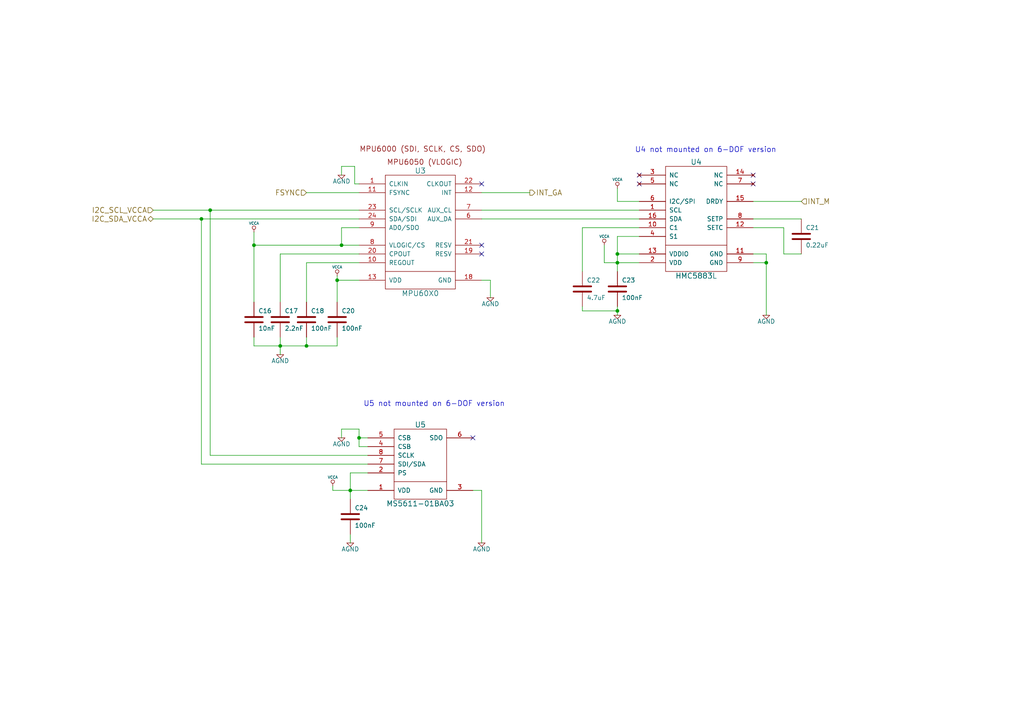
<source format=kicad_sch>
(kicad_sch (version 20231120) (generator "eeschema") (generator_version "8.0")
  (paper "A4")
  (title_block (title "Crazyflie control board") (date "3 feb 2013") (rev "F") (company "Bitcraze AB (CC BY-NC-SA)"))
  (lib_symbols
    (symbol "Crazyflie-contol-board-rescue:AGND" (power) (pin_names (offset 0.254))
      (property "Value" "AGND" (at 0 -1.778 0))
      (symbol "AGND_0_1"
        (polyline (pts (xy -1.016 0) (xy 1.016 0) (xy 0 -1.016) (xy -1.016 0)))
      )
      (symbol "AGND_1_1"
        (pin power_in line (at 0 0 90) (length 0) hide (name "AGND") (number "1"))
      )
    )
    (symbol "Crazyflie-contol-board-rescue:C" (pin_numbers hide) (pin_names (offset 0.254))
      (property "Reference" "C" (at 1.27 2.54 0))
      (property "Value" "C" (at 1.27 -2.54 0))
      (symbol "C_0_1"
        (polyline (pts (xy -2.54 -0.762) (xy 2.54 -0.762)) (stroke (width 0.508)))
        (polyline (pts (xy -2.54 0.762) (xy 2.54 0.762)) (stroke (width 0.508)))
      )
      (symbol "C_1_1"
        (pin passive line (at 0 5.08 270) (length 4.318) (name "~") (number "1"))
        (pin passive line (at 0 -5.08 90) (length 4.318) (name "~") (number "2"))
      )
    )
    (symbol "Crazyflie-contol-board-rescue:HMC5883L" (pin_names (offset 1.016))
      (property "Reference" "U" (at 0 17.78 0))
      (property "Value" "HMC5883L" (at 0 -15.24 0))
      (symbol "HMC5883L_0_1"
        (rectangle (start -8.89 16.51) (end 8.89 -13.97))
        (polyline (pts (xy -8.89 -6.35) (xy 8.89 -6.35)))
      )
      (symbol "HMC5883L_1_1"
        (pin input line (at -16.51 3.81 0) (length 7.62) (name "SCL") (number "1"))
        (pin bidirectional line (at -16.51 -1.27 0) (length 7.62) (name "C1") (number "10"))
        (pin power_in line (at 16.51 -8.89 180) (length 7.62) (name "GND") (number "11"))
        (pin bidirectional line (at 16.51 -1.27 180) (length 7.62) (name "SETC") (number "12"))
        (pin power_in line (at -16.51 -8.89 0) (length 7.62) (name "VDDIO") (number "13"))
        (pin no_connect line (at 16.51 13.97 180) (length 7.62) (name "NC") (number "14"))
        (pin output line (at 16.51 6.35 180) (length 7.62) (name "DRDY") (number "15"))
        (pin bidirectional line (at -16.51 1.27 0) (length 7.62) (name "SDA") (number "16"))
        (pin power_in line (at -16.51 -11.43 0) (length 7.62) (name "VDD") (number "2"))
        (pin no_connect line (at -16.51 13.97 0) (length 7.62) (name "NC") (number "3"))
        (pin power_in line (at -16.51 -3.81 0) (length 7.62) (name "S1") (number "4"))
        (pin no_connect line (at -16.51 11.43 0) (length 7.62) (name "NC") (number "5"))
        (pin input line (at -16.51 6.35 0) (length 7.62) (name "I2C/SPI") (number "6"))
        (pin no_connect line (at 16.51 11.43 180) (length 7.62) (name "NC") (number "7"))
        (pin bidirectional line (at 16.51 1.27 180) (length 7.62) (name "SETP") (number "8"))
        (pin power_in line (at 16.51 -11.43 180) (length 7.62) (name "GND") (number "9"))
      )
    )
    (symbol "Crazyflie-contol-board-rescue:MPU60X0" (pin_names (offset 1.016))
      (property "Reference" "U" (at 0 17.78 0))
      (property "Value" "MPU60X0" (at 0 -17.78 0))
      (symbol "MPU60X0_0_0"
        (text "MPU6000 (SDI, SCLK, CS, SDO) " (at 1.27 24.13 0) (effects (font (size 1.524 1.524))))
        (text "MPU6050 (VLOGIC)" (at 1.27 20.32 0) (effects (font (size 1.524 1.524))))
      )
      (symbol "MPU60X0_0_1"
        (rectangle (start -10.16 16.51) (end 10.16 -16.51))
        (polyline (pts (xy -10.16 -11.43) (xy 10.16 -11.43)))
      )
      (symbol "MPU60X0_1_1"
        (pin input line (at -17.78 13.97 0) (length 7.62) (name "CLKIN") (number "1"))
        (pin output line (at -17.78 -8.89 0) (length 7.62) (name "REGOUT") (number "10"))
        (pin input line (at -17.78 11.43 0) (length 7.62) (name "FSYNC") (number "11"))
        (pin output line (at 17.78 11.43 180) (length 7.62) (name "INT") (number "12"))
        (pin power_in line (at -17.78 -13.97 0) (length 7.62) (name "VDD") (number "13"))
        (pin power_in line (at 17.78 -13.97 180) (length 7.62) (name "GND") (number "18"))
        (pin input line (at 17.78 -6.35 180) (length 7.62) (name "RESV") (number "19"))
        (pin input line (at -17.78 -6.35 0) (length 7.62) (name "CPOUT") (number "20"))
        (pin input line (at 17.78 -3.81 180) (length 7.62) (name "RESV") (number "21"))
        (pin output line (at 17.78 13.97 180) (length 7.62) (name "CLKOUT") (number "22"))
        (pin bidirectional line (at -17.78 6.35 0) (length 7.62) (name "SCL/SCLK") (number "23"))
        (pin input line (at -17.78 3.81 0) (length 7.62) (name "SDA/SDI") (number "24"))
        (pin bidirectional line (at 17.78 3.81 180) (length 7.62) (name "AUX_DA") (number "6"))
        (pin bidirectional line (at 17.78 6.35 180) (length 7.62) (name "AUX_CL") (number "7"))
        (pin input line (at -17.78 -3.81 0) (length 7.62) (name "VLOGIC/CS") (number "8"))
        (pin input line (at -17.78 1.27 0) (length 7.62) (name "AD0/SDO") (number "9"))
      )
    )
    (symbol "Crazyflie-contol-board-rescue:MS5611-01BA01" (pin_names (offset 1.016))
      (property "Reference" "U" (at 0 11.43 0))
      (property "Value" "MS5611-01BA01" (at 0 -11.43 0))
      (symbol "MS5611-01BA01_0_1"
        (rectangle (start -7.62 10.16) (end 7.62 -10.16))
        (polyline (pts (xy -7.62 -5.08) (xy 7.62 -5.08)))
      )
      (symbol "MS5611-01BA01_1_1"
        (pin power_in line (at -15.24 -7.62 0) (length 7.62) (name "VDD") (number "1"))
        (pin input line (at -15.24 -2.54 0) (length 7.62) (name "PS") (number "2"))
        (pin power_in line (at 15.24 -7.62 180) (length 7.62) (name "GND") (number "3"))
        (pin input line (at -15.24 5.08 0) (length 7.62) (name "CSB") (number "4"))
        (pin input line (at -15.24 7.62 0) (length 7.62) (name "CSB") (number "5"))
        (pin bidirectional line (at 15.24 7.62 180) (length 7.62) (name "SDO") (number "6"))
        (pin bidirectional line (at -15.24 0 0) (length 7.62) (name "SDI/SDA") (number "7"))
        (pin bidirectional line (at -15.24 2.54 0) (length 7.62) (name "SCLK") (number "8"))
      )
    )
    (symbol "Crazyflie-contol-board-rescue:VCCA" (power) (pin_names (offset 0))
      (property "Value" "VCCA" (at 0 2.54 0))
      (symbol "VCCA_0_0"
        (pin power_in line (at 0 0 90) (length 0) hide (name "VCCA") (number "1"))
      )
      (symbol "VCCA_0_1"
        (polyline (pts (xy 0 0) (xy 0 0.762) (xy 0 0.762)))
        (circle (center 0 1.27) (radius 0.508))
      )
    )
  )
  (junction (at 104.14 127))
  (junction (at 99.06 71.12))
  (junction (at 179.07 90.17))
  (junction (at 222.25 76.2))
  (junction (at 58.42 63.5))
  (junction (at 97.79 81.28))
  (junction (at 88.9 100.33))
  (junction (at 179.07 73.66))
  (junction (at 60.96 60.96))
  (junction (at 179.07 76.2))
  (junction (at 73.66 71.12))
  (junction (at 101.6 142.24))
  (junction (at 81.28 100.33))
  (no_connect (at 218.44 53.34))
  (no_connect (at 139.7 71.12))
  (no_connect (at 139.7 73.66))
  (no_connect (at 185.42 50.8))
  (no_connect (at 139.7 53.34))
  (no_connect (at 137.16 127))
  (no_connect (at 185.42 53.34))
  (no_connect (at 218.44 50.8))
  (wire (pts (xy 179.07 73.66) (xy 179.07 68.58)))
  (wire (pts (xy 101.6 154.94) (xy 101.6 157.48)))
  (wire (pts (xy 99.06 66.04) (xy 99.06 71.12)))
  (wire (pts (xy 179.07 88.9) (xy 179.07 90.17)))
  (wire (pts (xy 97.79 80.01) (xy 97.79 81.28)))
  (wire (pts (xy 44.45 60.96) (xy 60.96 60.96)))
  (wire (pts (xy 58.42 134.62) (xy 106.68 134.62)))
  (wire (pts (xy 139.7 81.28) (xy 142.24 81.28)))
  (wire (pts (xy 137.16 142.24) (xy 139.7 142.24)))
  (wire (pts (xy 222.25 76.2) (xy 222.25 91.44)))
  (wire (pts (xy 88.9 76.2) (xy 88.9 87.63)))
  (wire (pts (xy 60.96 132.08) (xy 106.68 132.08)))
  (wire (pts (xy 227.33 66.04) (xy 227.33 73.66)))
  (wire (pts (xy 60.96 60.96) (xy 60.96 132.08)))
  (wire (pts (xy 73.66 100.33) (xy 73.66 97.79)))
  (wire (pts (xy 179.07 76.2) (xy 185.42 76.2)))
  (wire (pts (xy 139.7 63.5) (xy 185.42 63.5)))
  (wire (pts (xy 88.9 97.79) (xy 88.9 100.33)))
  (wire (pts (xy 97.79 97.79) (xy 97.79 100.33)))
  (wire (pts (xy 104.14 76.2) (xy 88.9 76.2)))
  (wire (pts (xy 106.68 142.24) (xy 101.6 142.24)))
  (wire (pts (xy 175.26 76.2) (xy 179.07 76.2)))
  (wire (pts (xy 168.91 78.74) (xy 168.91 66.04)))
  (wire (pts (xy 179.07 58.42) (xy 179.07 54.61)))
  (wire (pts (xy 101.6 137.16) (xy 106.68 137.16)))
  (wire (pts (xy 139.7 60.96) (xy 185.42 60.96)))
  (wire (pts (xy 222.25 73.66) (xy 222.25 76.2)))
  (wire (pts (xy 185.42 58.42) (xy 179.07 58.42)))
  (wire (pts (xy 179.07 68.58) (xy 185.42 68.58)))
  (wire (pts (xy 104.14 127) (xy 104.14 129.54)))
  (wire (pts (xy 81.28 73.66) (xy 104.14 73.66)))
  (wire (pts (xy 73.66 71.12) (xy 73.66 67.31)))
  (wire (pts (xy 102.87 53.34) (xy 102.87 48.26)))
  (wire (pts (xy 104.14 55.88) (xy 88.9 55.88)))
  (wire (pts (xy 81.28 100.33) (xy 73.66 100.33)))
  (wire (pts (xy 179.07 90.17) (xy 179.07 91.44)))
  (wire (pts (xy 168.91 90.17) (xy 179.07 90.17)))
  (wire (pts (xy 104.14 71.12) (xy 99.06 71.12)))
  (wire (pts (xy 97.79 81.28) (xy 97.79 87.63)))
  (wire (pts (xy 101.6 142.24) (xy 96.52 142.24)))
  (wire (pts (xy 99.06 71.12) (xy 73.66 71.12)))
  (wire (pts (xy 99.06 124.46) (xy 104.14 124.46)))
  (wire (pts (xy 104.14 129.54) (xy 106.68 129.54)))
  (wire (pts (xy 218.44 66.04) (xy 227.33 66.04)))
  (wire (pts (xy 101.6 144.78) (xy 101.6 142.24)))
  (wire (pts (xy 81.28 100.33) (xy 81.28 97.79)))
  (wire (pts (xy 168.91 66.04) (xy 185.42 66.04)))
  (wire (pts (xy 168.91 88.9) (xy 168.91 90.17)))
  (wire (pts (xy 73.66 87.63) (xy 73.66 71.12)))
  (wire (pts (xy 99.06 48.26) (xy 102.87 48.26)))
  (wire (pts (xy 139.7 55.88) (xy 153.67 55.88)))
  (wire (pts (xy 81.28 87.63) (xy 81.28 73.66)))
  (wire (pts (xy 104.14 53.34) (xy 102.87 53.34)))
  (wire (pts (xy 227.33 73.66) (xy 232.41 73.66)))
  (wire (pts (xy 88.9 100.33) (xy 81.28 100.33)))
  (wire (pts (xy 142.24 81.28) (xy 142.24 86.36)))
  (wire (pts (xy 81.28 102.87) (xy 81.28 100.33)))
  (wire (pts (xy 60.96 60.96) (xy 104.14 60.96)))
  (wire (pts (xy 104.14 66.04) (xy 99.06 66.04)))
  (wire (pts (xy 175.26 71.12) (xy 175.26 76.2)))
  (wire (pts (xy 104.14 81.28) (xy 97.79 81.28)))
  (wire (pts (xy 139.7 142.24) (xy 139.7 157.48)))
  (wire (pts (xy 96.52 142.24) (xy 96.52 140.97)))
  (wire (pts (xy 104.14 124.46) (xy 104.14 127)))
  (wire (pts (xy 97.79 100.33) (xy 88.9 100.33)))
  (wire (pts (xy 218.44 73.66) (xy 222.25 73.66)))
  (wire (pts (xy 99.06 48.26) (xy 99.06 50.8)))
  (wire (pts (xy 179.07 78.74) (xy 179.07 76.2)))
  (wire (pts (xy 99.06 127) (xy 99.06 124.46)))
  (wire (pts (xy 218.44 63.5) (xy 232.41 63.5)))
  (wire (pts (xy 44.45 63.5) (xy 58.42 63.5)))
  (wire (pts (xy 185.42 73.66) (xy 179.07 73.66)))
  (wire (pts (xy 218.44 58.42) (xy 232.41 58.42)))
  (wire (pts (xy 179.07 76.2) (xy 179.07 73.66)))
  (wire (pts (xy 106.68 127) (xy 104.14 127)))
  (wire (pts (xy 101.6 142.24) (xy 101.6 137.16)))
  (wire (pts (xy 218.44 76.2) (xy 222.25 76.2)))
  (wire (pts (xy 58.42 63.5) (xy 104.14 63.5)))
  (wire (pts (xy 58.42 63.5) (xy 58.42 134.62)))
  (text "U4 not mounted on 6-DOF version" (at 184.15 44.45 0) (effects (font (size 1.524 1.524)) (justify left bottom)))
  (text "U5 not mounted on 6-DOF version" (at 105.41 118.11 0) (effects (font (size 1.524 1.524)) (justify left bottom)))
  (hierarchical_label "I2C_SCL_VCCA" (shape input) (at 44.45 60.96 180) (effects (font (size 1.524 1.524))))
  (hierarchical_label "INT_GA" (shape output) (at 153.67 55.88 0) (effects (font (size 1.524 1.524))))
  (hierarchical_label "I2C_SDA_VCCA" (shape bidirectional) (at 44.45 63.5 180) (effects (font (size 1.524 1.524))))
  (hierarchical_label "INT_M" (shape input) (at 232.41 58.42 0) (effects (font (size 1.524 1.524))))
  (hierarchical_label "FSYNC" (shape input) (at 88.9 55.88 180) (effects (font (size 1.524 1.524))))
  (symbol (lib_id "Crazyflie-contol-board-rescue:MPU60X0") (at 121.92 67.31 0) (unit 1)
    (property "Reference" "U3" (at 121.92 49.53 0) (effects (font (size 1.524 1.524))))
    (property "Value" "MPU60X0" (at 121.92 85.09 0) (effects (font (size 1.524 1.524))))
    (property "Footprint" "MPU60X0" (effects (hide yes)))
    (property "Description" "Invensense" (effects (hide yes)))
    (property "Fält5" "MPU6050" (effects (hide yes)))
  )
  (symbol (lib_id "Crazyflie-contol-board-rescue:AGND") (at 142.24 86.36 0) (unit 1)
    (property "Reference" "#PWR042" (effects (hide yes)))
    (property "Value" "AGND" (at 142.24 88.138 0))
  )
  (symbol (lib_id "Crazyflie-contol-board-rescue:VCCA") (at 97.79 80.01 0) (unit 1)
    (property "Reference" "#PWR041" (effects (hide yes)))
    (property "Value" "VCCA" (at 97.79 77.47 0) (effects (font (size 0.762 0.762))))
  )
  (symbol (lib_id "Crazyflie-contol-board-rescue:C") (at 97.79 92.71 0) (unit 1)
    (property "Reference" "C20" (at 99.06 90.17 0) (effects (justify left)))
    (property "Value" "100nF" (at 99.06 95.25 0) (effects (justify left)))
    (property "Footprint" "SM0603_Capa" (effects (hide yes)))
  )
  (symbol (lib_id "Crazyflie-contol-board-rescue:C") (at 81.28 92.71 0) (unit 1)
    (property "Reference" "C17" (at 82.55 90.17 0) (effects (justify left)))
    (property "Value" "2.2nF" (at 82.55 95.25 0) (effects (justify left)))
    (property "Footprint" "SM0603_Capa" (effects (hide yes)))
  )
  (symbol (lib_id "Crazyflie-contol-board-rescue:AGND") (at 81.28 102.87 0) (unit 1)
    (property "Reference" "#PWR040" (effects (hide yes)))
    (property "Value" "AGND" (at 81.28 104.648 0))
  )
  (symbol (lib_id "Crazyflie-contol-board-rescue:C") (at 73.66 92.71 0) (unit 1)
    (property "Reference" "C16" (at 74.93 90.17 0) (effects (justify left)))
    (property "Value" "10nF" (at 74.93 95.25 0) (effects (justify left)))
    (property "Footprint" "SM0603_Capa" (effects (hide yes)))
  )
  (symbol (lib_id "Crazyflie-contol-board-rescue:VCCA") (at 73.66 67.31 0) (unit 1)
    (property "Reference" "#PWR039" (effects (hide yes)))
    (property "Value" "VCCA" (at 73.66 64.77 0) (effects (font (size 0.762 0.762))))
  )
  (symbol (lib_id "Crazyflie-contol-board-rescue:C") (at 88.9 92.71 0) (unit 1)
    (property "Reference" "C18" (at 90.17 90.17 0) (effects (justify left)))
    (property "Value" "100nF" (at 90.17 95.25 0) (effects (justify left)))
    (property "Footprint" "SM0603_Capa" (effects (hide yes)))
  )
  (symbol (lib_id "Crazyflie-contol-board-rescue:AGND") (at 99.06 50.8 0) (unit 1)
    (property "Reference" "#PWR038" (effects (hide yes)))
    (property "Value" "AGND" (at 99.06 52.578 0))
  )
  (symbol (lib_id "Crazyflie-contol-board-rescue:HMC5883L") (at 201.93 64.77 0) (unit 1)
    (property "Reference" "U4" (at 201.93 46.99 0) (effects (font (size 1.524 1.524))))
    (property "Value" "HMC5883L" (at 201.93 80.01 0) (effects (font (size 1.524 1.524))))
    (property "Footprint" "QFN16_HMC5883L" (effects (hide yes)))
    (property "Description" "Honeywell" (effects (hide yes)))
    (property "Fält5" "HMC5883L" (effects (hide yes)))
  )
  (symbol (lib_id "Crazyflie-contol-board-rescue:C") (at 179.07 83.82 0) (unit 1)
    (property "Reference" "C23" (at 180.34 81.28 0) (effects (justify left)))
    (property "Value" "100nF" (at 180.34 86.36 0) (effects (justify left)))
    (property "Footprint" "SM0603_Capa" (effects (hide yes)))
  )
  (symbol (lib_id "Crazyflie-contol-board-rescue:AGND") (at 222.25 91.44 0) (unit 1)
    (property "Reference" "#PWR037" (effects (hide yes)))
    (property "Value" "AGND" (at 222.25 93.218 0))
  )
  (symbol (lib_id "Crazyflie-contol-board-rescue:AGND") (at 179.07 91.44 0) (unit 1)
    (property "Reference" "#PWR036" (effects (hide yes)))
    (property "Value" "AGND" (at 179.07 93.218 0))
  )
  (symbol (lib_id "Crazyflie-contol-board-rescue:C") (at 232.41 68.58 0) (unit 1)
    (property "Reference" "C21" (at 233.68 66.04 0) (effects (justify left)))
    (property "Value" "0.22uF" (at 233.68 71.12 0) (effects (justify left)))
    (property "Footprint" "SM0603_Capa" (effects (hide yes)))
  )
  (symbol (lib_id "Crazyflie-contol-board-rescue:C") (at 168.91 83.82 0) (unit 1)
    (property "Reference" "C22" (at 170.18 81.28 0) (effects (justify left)))
    (property "Value" "4.7uF" (at 170.18 86.36 0) (effects (justify left)))
    (property "Footprint" "SM0603_Capa" (effects (hide yes)))
  )
  (symbol (lib_id "Crazyflie-contol-board-rescue:VCCA") (at 175.26 71.12 0) (unit 1)
    (property "Reference" "#PWR035" (effects (hide yes)))
    (property "Value" "VCCA" (at 175.26 68.58 0) (effects (font (size 0.762 0.762))))
  )
  (symbol (lib_id "Crazyflie-contol-board-rescue:MS5611-01BA01") (at 121.92 134.62 0) (unit 1)
    (property "Reference" "U5" (at 121.92 123.19 0) (effects (font (size 1.524 1.524))))
    (property "Value" "MS5611-01BA03" (at 121.92 146.05 0) (effects (font (size 1.524 1.524))))
    (property "Footprint" "MS5611" (effects (hide yes)))
    (property "Description" "Measurement Specialties" (effects (hide yes)))
    (property "Fält5" "MS5611-01BA03" (effects (hide yes)))
  )
  (symbol (lib_id "Crazyflie-contol-board-rescue:AGND") (at 139.7 157.48 0) (unit 1)
    (property "Reference" "#PWR034" (effects (hide yes)))
    (property "Value" "AGND" (at 139.7 159.258 0))
  )
  (symbol (lib_id "Crazyflie-contol-board-rescue:AGND") (at 101.6 157.48 0) (unit 1)
    (property "Reference" "#PWR033" (effects (hide yes)))
    (property "Value" "AGND" (at 101.6 159.258 0))
  )
  (symbol (lib_id "Crazyflie-contol-board-rescue:C") (at 101.6 149.86 0) (unit 1)
    (property "Reference" "C24" (at 102.87 147.32 0) (effects (justify left)))
    (property "Value" "100nF" (at 102.87 152.4 0) (effects (justify left)))
    (property "Footprint" "SM0603_Capa" (effects (hide yes)))
  )
  (symbol (lib_id "Crazyflie-contol-board-rescue:AGND") (at 99.06 127 0) (unit 1)
    (property "Reference" "#PWR032" (effects (hide yes)))
    (property "Value" "AGND" (at 99.06 128.778 0))
  )
  (symbol (lib_id "Crazyflie-contol-board-rescue:VCCA") (at 96.52 140.97 0) (unit 1)
    (property "Reference" "#PWR031" (effects (hide yes)))
    (property "Value" "VCCA" (at 96.52 138.43 0) (effects (font (size 0.762 0.762))))
  )
  (symbol (lib_id "Crazyflie-contol-board-rescue:VCCA") (at 179.07 54.61 0) (unit 1)
    (property "Reference" "#PWR030" (effects (hide yes)))
    (property "Value" "VCCA" (at 179.07 52.07 0) (effects (font (size 0.762 0.762))))
  )
)
</source>
